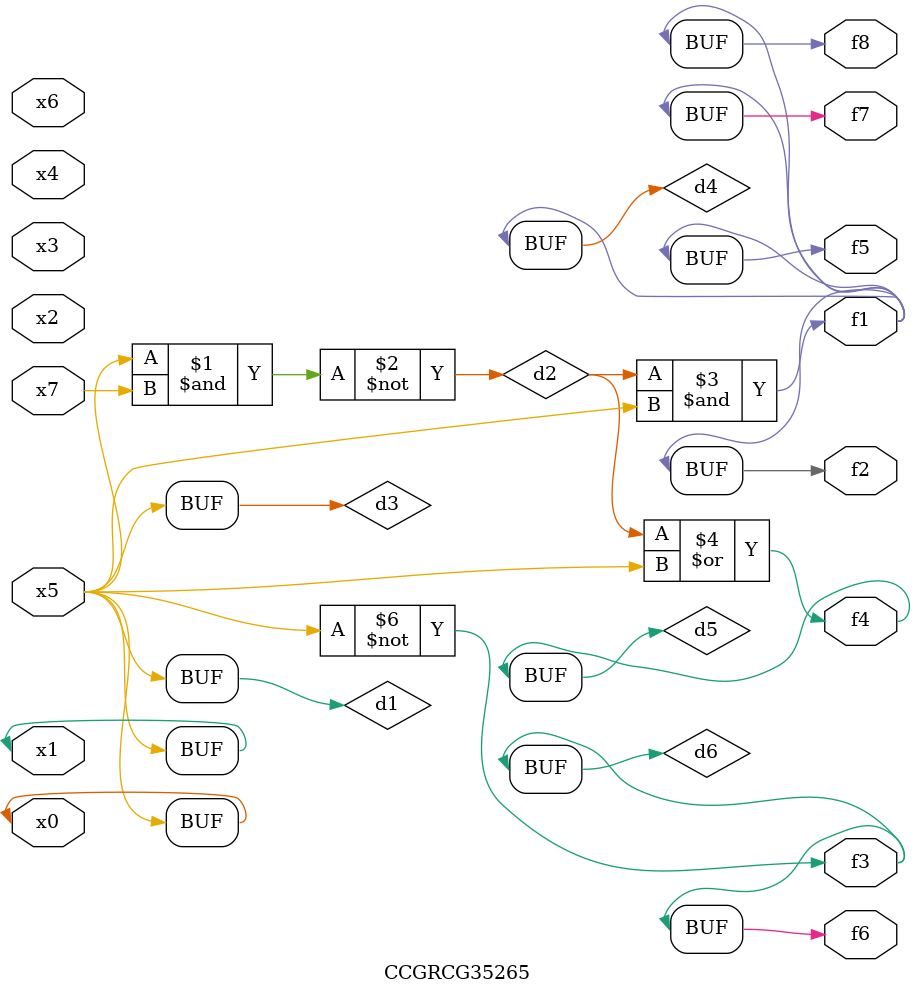
<source format=v>
module CCGRCG35265(
	input x0, x1, x2, x3, x4, x5, x6, x7,
	output f1, f2, f3, f4, f5, f6, f7, f8
);

	wire d1, d2, d3, d4, d5, d6;

	buf (d1, x0, x5);
	nand (d2, x5, x7);
	buf (d3, x0, x1);
	and (d4, d2, d3);
	or (d5, d2, d3);
	nor (d6, d1, d3);
	assign f1 = d4;
	assign f2 = d4;
	assign f3 = d6;
	assign f4 = d5;
	assign f5 = d4;
	assign f6 = d6;
	assign f7 = d4;
	assign f8 = d4;
endmodule

</source>
